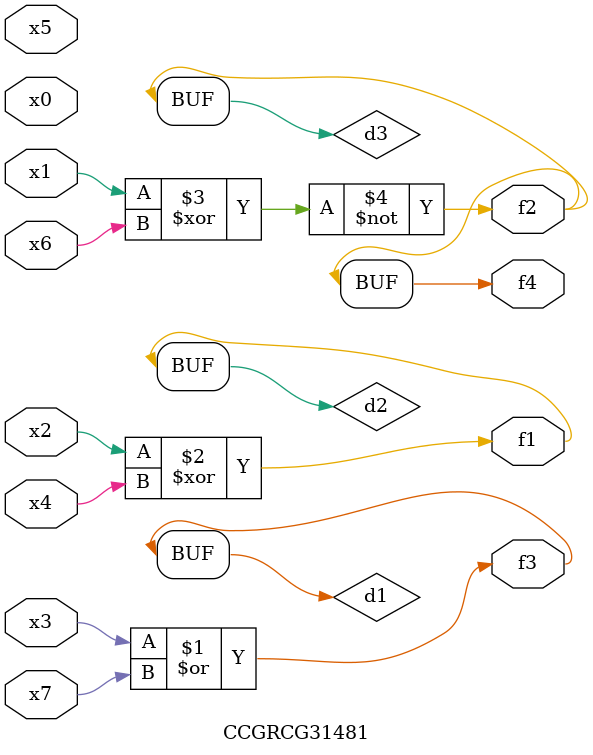
<source format=v>
module CCGRCG31481(
	input x0, x1, x2, x3, x4, x5, x6, x7,
	output f1, f2, f3, f4
);

	wire d1, d2, d3;

	or (d1, x3, x7);
	xor (d2, x2, x4);
	xnor (d3, x1, x6);
	assign f1 = d2;
	assign f2 = d3;
	assign f3 = d1;
	assign f4 = d3;
endmodule

</source>
